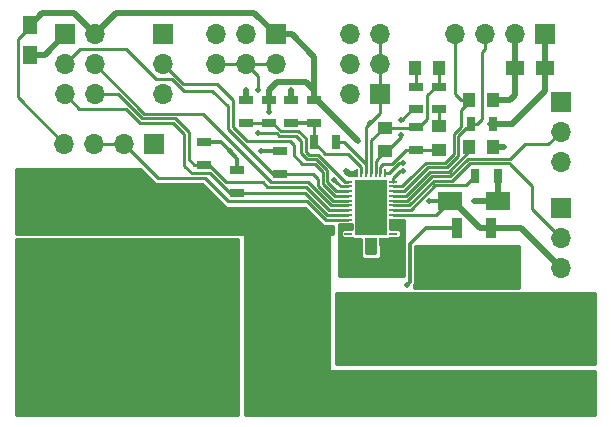
<source format=gtl>
G04 #@! TF.FileFunction,Copper,L1,Top,Signal*
%FSLAX46Y46*%
G04 Gerber Fmt 4.6, Leading zero omitted, Abs format (unit mm)*
G04 Created by KiCad (PCBNEW 4.0.7) date Sat Nov 18 21:15:49 2017*
%MOMM*%
%LPD*%
G01*
G04 APERTURE LIST*
%ADD10C,0.100000*%
%ADD11C,0.500000*%
%ADD12C,0.600000*%
%ADD13R,6.500000X2.100000*%
%ADD14R,1.600000X2.000000*%
%ADD15R,2.500000X2.000000*%
%ADD16R,2.000000X1.600000*%
%ADD17R,1.700000X1.700000*%
%ADD18O,1.700000X1.700000*%
%ADD19R,5.500000X1.430000*%
%ADD20R,0.700000X0.200000*%
%ADD21R,0.200000X0.700000*%
%ADD22R,1.325000X1.162500*%
%ADD23R,1.000000X1.250000*%
%ADD24R,1.250000X1.000000*%
%ADD25R,1.300000X0.700000*%
%ADD26R,0.700000X1.300000*%
%ADD27R,0.900000X1.700000*%
%ADD28R,1.250000X1.500000*%
%ADD29R,1.500000X1.250000*%
%ADD30C,0.300000*%
%ADD31C,0.500000*%
%ADD32C,0.228600*%
%ADD33C,0.250000*%
%ADD34C,0.229000*%
%ADD35C,0.254000*%
G04 APERTURE END LIST*
D10*
D11*
X56070500Y-39649500D03*
X54610000Y-39649500D03*
X52006500Y-39649500D03*
X50609500Y-39649500D03*
X54673500Y-36538000D03*
X52133500Y-36538000D03*
X50673000Y-36538000D03*
D12*
X57975500Y-36601500D03*
X57912000Y-38824000D03*
X53340000Y-38633500D03*
X53340000Y-37617500D03*
X53340000Y-36601500D03*
X53340000Y-39649500D03*
X49657000Y-39586000D03*
X58680000Y-48600000D03*
X58680000Y-47330000D03*
X62490000Y-48600000D03*
X62490000Y-47330000D03*
X63760000Y-47330000D03*
X63760000Y-48600000D03*
X63760000Y-49870000D03*
X62490000Y-49870000D03*
X61220000Y-49870000D03*
X59950000Y-49870000D03*
X58680000Y-49870000D03*
X57410000Y-49870000D03*
X56140000Y-49870000D03*
X57410000Y-48600000D03*
X56140000Y-48600000D03*
X54870000Y-49870000D03*
X54870000Y-48600000D03*
X54870000Y-47330000D03*
X53600000Y-47330000D03*
X52330000Y-47330000D03*
X51060000Y-47330000D03*
X49790000Y-49870000D03*
X49790000Y-48600000D03*
X16129000Y-36157000D03*
X18669000Y-36157000D03*
X18669000Y-38443000D03*
X16129000Y-38443000D03*
X16129000Y-40475000D03*
X21225000Y-49276000D03*
X22495000Y-49276000D03*
X23765000Y-49276000D03*
X18685000Y-49276000D03*
X16137000Y-49257000D03*
X17407000Y-49257000D03*
X19955000Y-49276000D03*
X28845000Y-49276000D03*
X27575000Y-49276000D03*
X26305000Y-49276000D03*
X25035000Y-49276000D03*
X31385000Y-49276000D03*
X30115000Y-49276000D03*
X33917000Y-49276000D03*
X32655000Y-49276000D03*
X21225000Y-48006000D03*
X22495000Y-48006000D03*
X23765000Y-48006000D03*
X18685000Y-48006000D03*
X16137000Y-47987000D03*
X17407000Y-47987000D03*
X19955000Y-48006000D03*
X28845000Y-48006000D03*
X27575000Y-48006000D03*
X26305000Y-48006000D03*
X25035000Y-48006000D03*
X31385000Y-48006000D03*
X30115000Y-48006000D03*
X33917000Y-48006000D03*
X32655000Y-48006000D03*
X21225000Y-46736000D03*
X22495000Y-46736000D03*
X23765000Y-46736000D03*
X18685000Y-46736000D03*
X16137000Y-46717000D03*
X17407000Y-46717000D03*
X19955000Y-46736000D03*
X28845000Y-46736000D03*
X27575000Y-46736000D03*
X26305000Y-46736000D03*
X25035000Y-46736000D03*
X31385000Y-46736000D03*
X30115000Y-46736000D03*
X33917000Y-46736000D03*
X32655000Y-46736000D03*
X21225000Y-45466000D03*
X22495000Y-45466000D03*
X23765000Y-45466000D03*
X18685000Y-45466000D03*
X16137000Y-45447000D03*
X17407000Y-45447000D03*
X19955000Y-45466000D03*
X28845000Y-45466000D03*
X27575000Y-45466000D03*
X26305000Y-45466000D03*
X25035000Y-45466000D03*
X31385000Y-45466000D03*
X30115000Y-45466000D03*
X33917000Y-45466000D03*
X32655000Y-45466000D03*
X21225000Y-44196000D03*
X22495000Y-44196000D03*
X23765000Y-44196000D03*
X18685000Y-44196000D03*
X16137000Y-44177000D03*
X17407000Y-44177000D03*
X19955000Y-44196000D03*
X28845000Y-44196000D03*
X27575000Y-44196000D03*
X26305000Y-44196000D03*
X25035000Y-44196000D03*
X31385000Y-44196000D03*
X30115000Y-44196000D03*
X33917000Y-44196000D03*
X32655000Y-44196000D03*
X21225000Y-42926000D03*
X22495000Y-42926000D03*
X23765000Y-42926000D03*
X18685000Y-42926000D03*
X16137000Y-42907000D03*
X17407000Y-42907000D03*
X19955000Y-42926000D03*
X28845000Y-42926000D03*
X27575000Y-42926000D03*
X26305000Y-42926000D03*
X25035000Y-42926000D03*
X31385000Y-42926000D03*
X30115000Y-42926000D03*
X33917000Y-42926000D03*
X32655000Y-42926000D03*
X26305000Y-41656000D03*
X27575000Y-41656000D03*
X22495000Y-41656000D03*
X25035000Y-41656000D03*
X21225000Y-41656000D03*
X23765000Y-41656000D03*
X19955000Y-41656000D03*
X18685000Y-41656000D03*
X33917000Y-41656000D03*
X32655000Y-41656000D03*
X28845000Y-41656000D03*
X31385000Y-41656000D03*
X30115000Y-41656000D03*
X16137000Y-41637000D03*
X17407000Y-41637000D03*
X33909000Y-40367000D03*
X28837000Y-40367000D03*
X27567000Y-40367000D03*
X26297000Y-40367000D03*
X32647000Y-40367000D03*
X30107000Y-40367000D03*
X31377000Y-40367000D03*
X21217000Y-40367000D03*
X19947000Y-40367000D03*
X18677000Y-40367000D03*
X25027000Y-40367000D03*
X22487000Y-40367000D03*
X23757000Y-40367000D03*
X42164000Y-34950500D03*
X41029000Y-34906000D03*
X39759000Y-33509000D03*
X39759000Y-34906000D03*
X38489000Y-34906000D03*
X38489000Y-33509000D03*
X37219000Y-34906000D03*
X37219000Y-33509000D03*
X35949000Y-33509000D03*
X35949000Y-34906000D03*
X34679000Y-34906000D03*
X34679000Y-33509000D03*
X23376000Y-33890000D03*
X23376000Y-32620000D03*
X19185000Y-32239000D03*
X18804000Y-33255000D03*
X18804000Y-34906000D03*
X16010000Y-33255000D03*
X31377000Y-32620000D03*
X31377000Y-33890000D03*
X28710000Y-31540500D03*
X31250000Y-31540500D03*
X29980000Y-31540500D03*
X26170000Y-31350000D03*
X27440000Y-31540500D03*
X31250000Y-36176000D03*
X28710000Y-36176000D03*
X29980000Y-36176000D03*
X23630000Y-36176000D03*
X24900000Y-36176000D03*
X26170000Y-36176000D03*
X27440000Y-36176000D03*
D11*
X22487000Y-36049000D03*
X20201000Y-36049000D03*
X21344000Y-36049000D03*
X21344000Y-35096500D03*
X22487000Y-35096500D03*
D12*
X31250000Y-34969500D03*
X29980000Y-34969500D03*
X28710000Y-34969500D03*
X26170000Y-34969500D03*
X27440000Y-34969500D03*
X24900000Y-34969500D03*
X23630000Y-34969500D03*
X16010000Y-34906000D03*
X19820000Y-31350000D03*
X16010000Y-31350000D03*
X23630000Y-31350000D03*
X22360000Y-31350000D03*
X24900000Y-31350000D03*
X21090000Y-31350000D03*
X23630000Y-30207000D03*
X24900000Y-30207000D03*
X21090000Y-30207000D03*
X22360000Y-30207000D03*
X18550000Y-30207000D03*
X19820000Y-30207000D03*
X17280000Y-30207000D03*
X49790000Y-47330000D03*
D11*
X44640500Y-35077400D03*
X44640500Y-34442400D03*
X46672500Y-34442400D03*
X46672500Y-35077400D03*
X45275500Y-35077400D03*
X46037500Y-35077400D03*
X46037500Y-34442400D03*
X45275500Y-34442400D03*
X45275500Y-33807400D03*
X46037500Y-33807400D03*
X45275500Y-33045400D03*
X46037500Y-33045400D03*
X46037500Y-32410400D03*
X45275500Y-32410400D03*
X46037500Y-31775400D03*
X45275500Y-31775400D03*
X46037500Y-31140400D03*
X45275500Y-31140400D03*
X46672500Y-31140400D03*
X44640500Y-31140400D03*
X44640500Y-31775400D03*
D13*
X27368500Y-37871400D03*
X27368500Y-33271400D03*
D14*
X33020000Y-38251900D03*
X33020000Y-34251900D03*
D15*
X21336000Y-37585400D03*
X21336000Y-33585400D03*
D16*
X52387500Y-32537400D03*
X56387500Y-32537400D03*
D15*
X52324000Y-45111000D03*
X52324000Y-49111000D03*
X55372000Y-42125900D03*
X55372000Y-38125900D03*
X51308000Y-42125900D03*
X51308000Y-38125900D03*
D14*
X47307500Y-45301400D03*
X47307500Y-49301400D03*
X44259500Y-45301400D03*
X44259500Y-49301400D03*
D17*
X28067000Y-18440400D03*
D18*
X28067000Y-20980400D03*
X28067000Y-23520400D03*
D17*
X37592000Y-18440400D03*
D18*
X37592000Y-20980400D03*
X35052000Y-18440400D03*
X35052000Y-20980400D03*
X32512000Y-18440400D03*
X32512000Y-20980400D03*
D17*
X61772800Y-33185200D03*
D18*
X61772800Y-35725200D03*
X61772800Y-38265200D03*
D17*
X46418500Y-23520400D03*
D18*
X43878500Y-23520400D03*
X46418500Y-20980400D03*
X43878500Y-20980400D03*
X46418500Y-18440400D03*
X43878500Y-18440400D03*
D17*
X27305000Y-27711400D03*
D18*
X24765000Y-27711400D03*
X22225000Y-27711400D03*
X19685000Y-27711400D03*
D17*
X61772800Y-24142800D03*
D18*
X61772800Y-26682800D03*
X61772800Y-29222800D03*
D19*
X45732700Y-38125400D03*
X45732700Y-42125400D03*
D20*
X43756500Y-30921600D03*
X43756500Y-31321600D03*
X43756500Y-31721600D03*
X43756500Y-32121600D03*
X43756500Y-32521600D03*
X43756500Y-32921600D03*
X43756500Y-33321600D03*
X43756500Y-33721600D03*
X43756500Y-34121600D03*
X43756500Y-34521600D03*
X43756500Y-34921600D03*
X43756500Y-35321600D03*
D21*
X44456500Y-36021600D03*
X44856500Y-36021600D03*
X45256500Y-36021600D03*
X45656500Y-36021600D03*
X46056500Y-36021600D03*
X46456500Y-36021600D03*
X46856500Y-36021600D03*
D20*
X47556500Y-35321600D03*
X47556500Y-34921600D03*
X47556500Y-34521600D03*
X47556500Y-34121600D03*
X47556500Y-33721600D03*
X47556500Y-33321600D03*
X47556500Y-32921600D03*
X47556500Y-32521600D03*
X47556500Y-32121600D03*
X47556500Y-31721600D03*
X47556500Y-31321600D03*
X47556500Y-30921600D03*
D21*
X46856500Y-30221600D03*
X46456500Y-30221600D03*
X46056500Y-30221600D03*
X45656500Y-30221600D03*
X45256500Y-30221600D03*
X44856500Y-30221600D03*
X44456500Y-30221600D03*
D22*
X46319000Y-34865350D03*
X46319000Y-33702850D03*
X46319000Y-32540350D03*
X46319000Y-31377850D03*
X44994000Y-34865350D03*
X44994000Y-33702850D03*
X44994000Y-32540350D03*
X44994000Y-31377850D03*
D11*
X45402500Y-36855400D03*
X45910500Y-36855400D03*
X45402500Y-36347400D03*
X45910500Y-36347400D03*
X46672500Y-31775400D03*
D12*
X49657000Y-36601400D03*
D11*
X48704500Y-39649500D03*
X54419500Y-32537400D03*
X56959500Y-27965400D03*
D17*
X60325000Y-47904400D03*
D18*
X60325000Y-45364400D03*
X60325000Y-42824400D03*
D11*
X43561000Y-29997400D03*
D23*
X54007000Y-24028400D03*
X56007000Y-24028400D03*
X51435000Y-21297900D03*
X49435000Y-21297900D03*
D24*
X51435000Y-28219400D03*
X51435000Y-26219400D03*
X46863000Y-26346400D03*
X46863000Y-28346400D03*
D25*
X37973000Y-28346400D03*
X37973000Y-30246400D03*
X31559500Y-27589400D03*
X31559500Y-29489400D03*
D26*
X42735500Y-27584400D03*
X40835500Y-27584400D03*
D25*
X38925500Y-25928400D03*
X38925500Y-24028400D03*
X34353500Y-29933900D03*
X34353500Y-31833900D03*
D26*
X56004500Y-25996900D03*
X54104500Y-25996900D03*
D25*
X37020500Y-24028400D03*
X37020500Y-25928400D03*
X35115500Y-25930900D03*
X35115500Y-24030900D03*
D26*
X54485500Y-30441900D03*
X56385500Y-30441900D03*
D27*
X55838000Y-34823400D03*
X52938000Y-34823400D03*
D25*
X40830500Y-25928400D03*
X40830500Y-24028400D03*
X49466500Y-28219400D03*
X49466500Y-26319400D03*
X49466500Y-22890400D03*
X49466500Y-24790400D03*
X51435000Y-24787900D03*
X51435000Y-22887900D03*
D23*
X54007000Y-27965400D03*
X56007000Y-27965400D03*
D11*
X38925500Y-23139400D03*
X35115500Y-23139400D03*
D17*
X19748500Y-18440400D03*
D18*
X22288500Y-18440400D03*
X19748500Y-20980400D03*
X22288500Y-20980400D03*
X19748500Y-23520400D03*
X22288500Y-23520400D03*
D28*
X16827500Y-17654900D03*
X16827500Y-20154900D03*
D17*
X17399000Y-31775400D03*
D18*
X17399000Y-34315400D03*
X17399000Y-36855400D03*
X17399000Y-39395400D03*
D12*
X16010000Y-30207000D03*
D11*
X20201000Y-35096500D03*
D17*
X60401200Y-18453200D03*
D18*
X57861200Y-18453200D03*
X55321200Y-18453200D03*
X52781200Y-18453200D03*
D29*
X60401200Y-21298000D03*
X57901200Y-21298000D03*
D11*
X45608530Y-25918353D03*
X33718500Y-28346400D03*
X36395089Y-28344570D03*
X37020500Y-24980900D03*
X44576916Y-27500177D03*
D12*
X57627875Y-26016367D03*
D11*
X50556984Y-32548384D03*
X48197101Y-26950486D03*
X48198625Y-25670759D03*
X36068000Y-23139400D03*
X36068000Y-26822400D03*
X42558556Y-30773064D03*
X48369170Y-29321432D03*
X48368309Y-30019674D03*
D30*
X48709378Y-39650557D02*
X48970547Y-39389388D01*
X48970547Y-39389388D02*
X48970547Y-36170780D01*
X48970547Y-36170780D02*
X50319195Y-34822132D01*
X50319195Y-34822132D02*
X52910640Y-34822132D01*
D31*
X57467600Y-24028400D02*
X57901200Y-23594800D01*
X57901200Y-23594800D02*
X57901200Y-21298000D01*
X57086500Y-24028400D02*
X57467600Y-24028400D01*
X57901200Y-21298000D02*
X57901200Y-18493200D01*
X57901200Y-18493200D02*
X57861200Y-18453200D01*
X16827500Y-20154900D02*
X18034000Y-20154900D01*
X18034000Y-20154900D02*
X19748500Y-18440400D01*
X35115500Y-23139400D02*
X35115500Y-24030900D01*
X38925500Y-23139400D02*
X38925500Y-24028400D01*
X57086500Y-24028400D02*
X56007000Y-24028400D01*
X56959500Y-27965400D02*
X56007000Y-27965400D01*
X56387500Y-32537400D02*
X56387500Y-30443900D01*
X56387500Y-30443900D02*
X56385500Y-30441900D01*
X56387500Y-30253400D02*
X56385500Y-30251400D01*
X43561000Y-29997400D02*
X43810999Y-30247399D01*
X43810999Y-30247399D02*
X44327001Y-30247399D01*
X44327001Y-30247399D02*
X44339790Y-30234610D01*
X44339790Y-30234610D02*
X44339790Y-30221600D01*
X54419500Y-32537400D02*
X56387500Y-32537400D01*
D32*
X54007000Y-28301392D02*
X54007000Y-27965400D01*
X47556500Y-32121600D02*
X48599177Y-32121600D01*
X52242561Y-30065831D02*
X54007000Y-28301392D01*
X48599177Y-32121600D02*
X50654946Y-30065831D01*
X50654946Y-30065831D02*
X52242561Y-30065831D01*
X42735500Y-27584400D02*
X43401329Y-27584400D01*
X43401329Y-27584400D02*
X45256500Y-29439571D01*
X45256500Y-29439571D02*
X45256500Y-29643000D01*
X45256500Y-29643000D02*
X45256500Y-30221600D01*
X45256500Y-30221600D02*
X45256500Y-26270383D01*
X45358531Y-26168352D02*
X45608530Y-25918353D01*
X46418500Y-23520400D02*
X46418500Y-25108383D01*
X45256500Y-26270383D02*
X45358531Y-26168352D01*
X45858529Y-25668354D02*
X45608530Y-25918353D01*
X46418500Y-25108383D02*
X45858529Y-25668354D01*
X46418500Y-20980400D02*
X46418500Y-18440400D01*
X46418500Y-23520400D02*
X46418500Y-20980400D01*
D31*
X57627875Y-26016367D02*
X60401200Y-23243042D01*
X60401200Y-23243042D02*
X60401200Y-21298000D01*
X60401200Y-21298000D02*
X60401200Y-18453200D01*
X56388000Y-34823400D02*
X58331000Y-34823400D01*
X58331000Y-34823400D02*
X61772800Y-38265200D01*
X57627875Y-26016367D02*
X56023967Y-26016367D01*
X56023967Y-26016367D02*
X56004500Y-25996900D01*
D32*
X16827500Y-17654900D02*
X16827500Y-17779900D01*
X16827500Y-17779900D02*
X15747356Y-18860044D01*
X15747356Y-18860044D02*
X15747356Y-23773756D01*
X15747356Y-23773756D02*
X19685000Y-27711400D01*
D31*
X16827500Y-17654900D02*
X16851000Y-17654900D01*
X16851000Y-17654900D02*
X17843500Y-16662400D01*
X17843500Y-16662400D02*
X20510500Y-16662400D01*
X20510500Y-16662400D02*
X22288500Y-18440400D01*
D30*
X34353500Y-28981400D02*
X34353500Y-29933900D01*
X33718500Y-28346400D02*
X34353500Y-28981400D01*
X32956500Y-27584400D02*
X31559500Y-27584400D01*
X33718500Y-28346400D02*
X32956500Y-27584400D01*
X36396919Y-28346400D02*
X36395089Y-28344570D01*
X37973000Y-28346400D02*
X36396919Y-28346400D01*
X37020500Y-24028400D02*
X37020500Y-24980900D01*
D31*
X22288500Y-18440400D02*
X24113566Y-16615334D01*
X35766934Y-16615334D02*
X37592000Y-18440400D01*
X24113566Y-16615334D02*
X35766934Y-16615334D01*
X37020500Y-24028400D02*
X37020500Y-23178400D01*
X37020500Y-23178400D02*
X37711901Y-22486999D01*
X37711901Y-22486999D02*
X40139099Y-22486999D01*
X40139099Y-22486999D02*
X40830500Y-23178400D01*
X40830500Y-23178400D02*
X40830500Y-24028400D01*
X44576916Y-27500177D02*
X41105139Y-24028400D01*
X41105139Y-24028400D02*
X40830500Y-24028400D01*
X40830500Y-24028400D02*
X40830500Y-20328900D01*
X40830500Y-20328900D02*
X38942000Y-18440400D01*
X38942000Y-18440400D02*
X37592000Y-18440400D01*
X55772467Y-26016367D02*
X55753000Y-25996900D01*
D30*
X50567968Y-32537400D02*
X50556984Y-32548384D01*
X52387500Y-32537400D02*
X50567968Y-32537400D01*
D33*
X47556500Y-33721600D02*
X51203300Y-33721600D01*
X51203300Y-33721600D02*
X52387500Y-32537400D01*
D32*
X52387500Y-32537400D02*
X52401986Y-32537400D01*
D31*
X56388000Y-34823400D02*
X54873500Y-34823400D01*
X54873500Y-34823400D02*
X52587500Y-32537400D01*
X52587500Y-32537400D02*
X52387500Y-32537400D01*
X56238000Y-34823400D02*
X55689500Y-34823400D01*
X56388000Y-34823400D02*
X56238000Y-34823400D01*
D32*
X52781200Y-23531200D02*
X52781200Y-18453200D01*
X54007000Y-24028400D02*
X53278400Y-24028400D01*
X53278400Y-24028400D02*
X52781200Y-23531200D01*
X52683253Y-26879318D02*
X53305844Y-26256727D01*
X49002914Y-30616990D02*
X50316094Y-29303810D01*
X51926924Y-29303810D02*
X52683253Y-28547481D01*
X50316094Y-29303810D02*
X51926924Y-29303810D01*
X52683253Y-28547481D02*
X52683253Y-26879318D01*
X54007000Y-24153400D02*
X54007000Y-24028400D01*
X53305844Y-26256727D02*
X53305844Y-24854556D01*
X53305844Y-24854556D02*
X54007000Y-24153400D01*
X47556500Y-31321600D02*
X48295896Y-31321600D01*
X48295896Y-31321600D02*
X48992383Y-30625113D01*
X46863000Y-26346400D02*
X49439500Y-26346400D01*
X49439500Y-26346400D02*
X49466500Y-26319400D01*
X45656500Y-30221600D02*
X45656500Y-27427900D01*
X45656500Y-27427900D02*
X46738000Y-26346400D01*
X46738000Y-26346400D02*
X46863000Y-26346400D01*
X51435000Y-22887900D02*
X51435000Y-21297900D01*
D33*
X49466500Y-26319400D02*
X49766500Y-26319400D01*
D34*
X49766500Y-26319400D02*
X50449967Y-25635933D01*
X50449967Y-25635933D02*
X50449967Y-23572933D01*
X50449967Y-23572933D02*
X51135000Y-22887900D01*
D33*
X51135000Y-22887900D02*
X51435000Y-22887900D01*
D32*
X49466500Y-22890400D02*
X49466500Y-21329400D01*
X49466500Y-21329400D02*
X49435000Y-21297900D01*
X49466500Y-28219400D02*
X48641000Y-28219400D01*
X48063141Y-28797259D02*
X48641000Y-28219400D01*
X47441972Y-29425900D02*
X48063141Y-28804731D01*
X48063141Y-28804731D02*
X48063141Y-28797259D01*
X46456500Y-29718762D02*
X46456500Y-29691538D01*
X46456500Y-29691538D02*
X46722138Y-29425900D01*
X46722138Y-29425900D02*
X47441972Y-29425900D01*
X46456500Y-30221600D02*
X46456500Y-29718762D01*
X46456500Y-29718762D02*
X46456180Y-29718442D01*
D33*
X51435000Y-28219400D02*
X49466500Y-28219400D01*
X51435000Y-26219400D02*
X51435000Y-24787900D01*
D32*
X48197101Y-27137299D02*
X48197101Y-26950486D01*
X46988000Y-28346400D02*
X48197101Y-27137299D01*
X46863000Y-28346400D02*
X46988000Y-28346400D01*
X49166500Y-24790400D02*
X48286141Y-25670759D01*
X48286141Y-25670759D02*
X48198625Y-25670759D01*
X49466500Y-24790400D02*
X49166500Y-24790400D01*
X46056500Y-29309854D02*
X46056500Y-29152900D01*
X46056500Y-29152900D02*
X46863000Y-28346400D01*
X46056500Y-29309854D02*
X46075490Y-29290863D01*
X46056500Y-30221600D02*
X46056500Y-29309854D01*
X29718000Y-22631400D02*
X28067000Y-20980400D01*
X33972500Y-23964900D02*
X32639000Y-22631400D01*
X33972500Y-26267962D02*
X33972500Y-23964900D01*
X35141603Y-27437065D02*
X33972500Y-26267962D01*
X39167156Y-27797381D02*
X38806840Y-27437065D01*
X39167156Y-28698170D02*
X39167156Y-27797381D01*
X39853033Y-29384047D02*
X39167156Y-28698170D01*
X41582937Y-30075693D02*
X40891291Y-29384047D01*
X41582937Y-31100992D02*
X41582937Y-30075693D01*
X32639000Y-22631400D02*
X29718000Y-22631400D01*
X38806840Y-27437065D02*
X35141603Y-27437065D01*
X40891291Y-29384047D02*
X39853033Y-29384047D01*
X42603545Y-32121600D02*
X41582937Y-31100992D01*
X43756500Y-32121600D02*
X42603545Y-32121600D01*
X43756500Y-31721600D02*
X42742374Y-31721600D01*
X39751000Y-27457400D02*
X39307667Y-27014067D01*
X42742374Y-31721600D02*
X41963947Y-30943173D01*
X41963947Y-30943173D02*
X41963947Y-29917875D01*
X40235246Y-29003037D02*
X39751000Y-28518791D01*
X41963947Y-29917875D02*
X41049109Y-29003037D01*
X39751000Y-28518791D02*
X39751000Y-27457400D01*
X41049109Y-29003037D02*
X40235246Y-29003037D01*
X39307667Y-27014067D02*
X37867338Y-27014067D01*
X37675671Y-26822400D02*
X36068000Y-26822400D01*
X37867338Y-27014067D02*
X37675671Y-26822400D01*
X36068000Y-23139400D02*
X36068000Y-21996400D01*
X36068000Y-21996400D02*
X35052000Y-20980400D01*
X32512000Y-20980400D02*
X33714081Y-20980400D01*
X33714081Y-20980400D02*
X35052000Y-20980400D01*
X37592000Y-20980400D02*
X36389919Y-20980400D01*
X36389919Y-20980400D02*
X35052000Y-20980400D01*
X59283600Y-31254800D02*
X59283600Y-33236000D01*
X59283600Y-33236000D02*
X61772800Y-35725200D01*
X57413825Y-29385025D02*
X59283600Y-31254800D01*
X57413825Y-29372225D02*
X57413825Y-29385025D01*
X52558201Y-30827851D02*
X54013827Y-29372225D01*
X47556500Y-32921600D02*
X48883937Y-32921600D01*
X54013827Y-29372225D02*
X57413825Y-29372225D01*
X48883937Y-32921600D02*
X50977686Y-30827851D01*
X50977686Y-30827851D02*
X52558201Y-30827851D01*
X24765000Y-27711400D02*
X23562919Y-27711400D01*
X23562919Y-27711400D02*
X22225000Y-27711400D01*
X31608448Y-30568910D02*
X27622510Y-30568910D01*
X27622510Y-30568910D02*
X24765000Y-27711400D01*
X43756500Y-34121600D02*
X41845464Y-34121600D01*
X40261264Y-32537400D02*
X33576938Y-32537400D01*
X41845464Y-34121600D02*
X40261264Y-32537400D01*
X33576938Y-32537400D02*
X31608448Y-30568910D01*
X58674000Y-27754904D02*
X60700696Y-27754904D01*
X60700696Y-27754904D02*
X61772800Y-26682800D01*
X50812765Y-30446840D02*
X52400382Y-30446840D01*
X52400382Y-30446840D02*
X53856008Y-28991214D01*
X53856008Y-28991214D02*
X57437690Y-28991214D01*
X57437690Y-28991214D02*
X58674000Y-27754904D01*
X48738003Y-32521600D02*
X48738005Y-32521600D01*
X48738005Y-32521600D02*
X50812765Y-30446840D01*
X50812765Y-30446840D02*
X50819868Y-30446840D01*
X47556500Y-32521600D02*
X48738003Y-32521600D01*
X37973000Y-30246400D02*
X37346775Y-30246400D01*
X37346775Y-30246400D02*
X33528000Y-26427625D01*
X33528000Y-26427625D02*
X33528000Y-24548444D01*
X33528000Y-24548444D02*
X32236564Y-23257008D01*
X24950580Y-19710400D02*
X21018500Y-19710400D01*
X32236564Y-23257008D02*
X29804780Y-23257008D01*
X29804780Y-23257008D02*
X28798172Y-22250400D01*
X27490580Y-22250400D02*
X24950580Y-19710400D01*
X28798172Y-22250400D02*
X27490580Y-22250400D01*
X21018500Y-19710400D02*
X19748500Y-20980400D01*
X41201927Y-31258811D02*
X41201927Y-30686327D01*
X41201927Y-30686327D02*
X40762000Y-30246400D01*
X40762000Y-30246400D02*
X38851600Y-30246400D01*
X38851600Y-30246400D02*
X37973000Y-30246400D01*
X43756500Y-32521600D02*
X42464717Y-32521600D01*
X42464717Y-32521600D02*
X41201927Y-31258811D01*
X36871876Y-31330910D02*
X36871876Y-31327599D01*
X36871876Y-31327599D02*
X36494177Y-30949900D01*
X36494177Y-30949900D02*
X33383538Y-30949900D01*
X33383538Y-30949900D02*
X31923038Y-29489400D01*
X31923038Y-29489400D02*
X31559500Y-29489400D01*
X43756500Y-33321600D02*
X42123120Y-33321600D01*
X42123120Y-33321600D02*
X40132430Y-31330910D01*
X40132430Y-31330910D02*
X36871876Y-31330910D01*
X31559500Y-29489400D02*
X30680900Y-29489400D01*
X29083010Y-25552410D02*
X26289669Y-25552410D01*
X30680900Y-29489400D02*
X30226000Y-29034500D01*
X30226000Y-29034500D02*
X30226000Y-26695400D01*
X30226000Y-26695400D02*
X29083010Y-25552410D01*
X26289669Y-25552410D02*
X24257867Y-23520608D01*
X24257000Y-23520400D02*
X23663555Y-23520400D01*
X23663555Y-23520400D02*
X22288500Y-23520400D01*
X44856500Y-29643000D02*
X43746594Y-28533094D01*
X44856500Y-30221600D02*
X44856500Y-29643000D01*
X41784194Y-28533094D02*
X40835500Y-27584400D01*
X43746594Y-28533094D02*
X41784194Y-28533094D01*
D30*
X38925500Y-25928400D02*
X40830500Y-25928400D01*
D32*
X40835500Y-27584400D02*
X40835500Y-25933400D01*
X40835500Y-25933400D02*
X40830500Y-25928400D01*
X29812318Y-26853218D02*
X28892520Y-25933420D01*
X28892520Y-25933420D02*
X26131851Y-25933420D01*
X26131851Y-25933420D02*
X24925331Y-24726900D01*
X29844990Y-26853218D02*
X29812318Y-26853218D01*
X34353500Y-31833900D02*
X33728709Y-31833900D01*
X20955000Y-24726900D02*
X19748500Y-23520400D01*
X33728709Y-31833900D02*
X32082710Y-30187900D01*
X32082710Y-30187900D02*
X30480000Y-30187900D01*
X30480000Y-30187900D02*
X29844990Y-29552890D01*
X29844990Y-29552890D02*
X29844990Y-26853218D01*
X24925331Y-24726900D02*
X20955000Y-24726900D01*
X34353500Y-31833900D02*
X34298606Y-31888794D01*
X43756500Y-33721600D02*
X41984292Y-33721600D01*
X41984292Y-33721600D02*
X40096592Y-31833900D01*
X40096592Y-31833900D02*
X34353500Y-31833900D01*
X54104500Y-25996900D02*
X54683100Y-25996900D01*
X54683100Y-25996900D02*
X55046849Y-25633151D01*
X55046849Y-25633151D02*
X55046849Y-19929632D01*
X55046849Y-19929632D02*
X55321200Y-19655281D01*
X55321200Y-19655281D02*
X55321200Y-18453200D01*
X50493738Y-29684820D02*
X52084742Y-29684820D01*
X53064263Y-28705299D02*
X53064263Y-27037137D01*
X53064263Y-27037137D02*
X53723500Y-26377900D01*
X52084742Y-29684820D02*
X53064263Y-28705299D01*
X47556500Y-31721600D02*
X48456958Y-31721600D01*
X48456958Y-31721600D02*
X50493738Y-29684820D01*
X53723500Y-26377900D02*
X54104500Y-25996900D01*
X53853000Y-26296900D02*
X53853000Y-25996900D01*
X40393065Y-28622027D02*
X40143444Y-28372406D01*
X43506500Y-30921600D02*
X41206927Y-28622027D01*
X40143444Y-28372406D02*
X40143444Y-27255456D01*
X41206927Y-28622027D02*
X40393065Y-28622027D01*
X43756500Y-30921600D02*
X43506500Y-30921600D01*
X40141626Y-27256821D02*
X39517862Y-26633057D01*
X39517862Y-26633057D02*
X38025157Y-26633057D01*
X38025157Y-26633057D02*
X37320500Y-25928400D01*
X37320500Y-25928400D02*
X37020500Y-25928400D01*
X35115500Y-25930900D02*
X37018000Y-25930900D01*
X37018000Y-25930900D02*
X37020500Y-25928400D01*
X42808555Y-31023063D02*
X42558556Y-30773064D01*
X43107092Y-31321600D02*
X42808555Y-31023063D01*
X43756500Y-31321600D02*
X43107092Y-31321600D01*
X51137500Y-31214896D02*
X53294169Y-31214896D01*
D33*
X49040307Y-33319190D02*
X51122057Y-31237440D01*
X47556500Y-33319190D02*
X49040307Y-33319190D01*
D32*
X53294169Y-31214896D02*
X53710004Y-31214896D01*
X53710004Y-31214896D02*
X54483000Y-30441900D01*
X54483000Y-30441900D02*
X54485500Y-30441900D01*
X53294169Y-31214896D02*
X53300207Y-31208858D01*
X48085268Y-29321432D02*
X48369170Y-29321432D01*
X47185100Y-30221600D02*
X48085268Y-29321432D01*
X46856500Y-30221600D02*
X47185100Y-30221600D01*
X48129826Y-30019674D02*
X48368309Y-30019674D01*
X47556500Y-30593000D02*
X48129826Y-30019674D01*
X47556500Y-30921600D02*
X47556500Y-30593000D01*
X43756500Y-32921600D02*
X42325888Y-32921600D01*
X40354188Y-30949900D02*
X37196438Y-30949900D01*
X31417938Y-25171400D02*
X26479500Y-25171400D01*
X42325888Y-32921600D02*
X40354188Y-30949900D01*
X37196438Y-30949900D02*
X31417938Y-25171400D01*
X26479500Y-25171400D02*
X22288500Y-20980400D01*
D35*
G36*
X46037500Y-36982400D02*
X45275500Y-36982400D01*
X45275500Y-35763200D01*
X46037500Y-35763200D01*
X46037500Y-36982400D01*
X46037500Y-36982400D01*
G37*
X46037500Y-36982400D02*
X45275500Y-36982400D01*
X45275500Y-35763200D01*
X46037500Y-35763200D01*
X46037500Y-36982400D01*
G36*
X47556500Y-34126000D02*
X48450500Y-34126000D01*
X48450500Y-38875082D01*
X42989500Y-38887217D01*
X42989500Y-34515300D01*
X43756500Y-34515300D01*
X43800876Y-34506473D01*
X44046627Y-34506473D01*
X44046627Y-34936727D01*
X43406500Y-34936727D01*
X43302961Y-34956209D01*
X43207866Y-35017401D01*
X43144071Y-35110768D01*
X43121627Y-35221600D01*
X43121627Y-35421600D01*
X43141109Y-35525139D01*
X43202301Y-35620234D01*
X43295668Y-35684029D01*
X43406500Y-35706473D01*
X44084515Y-35706473D01*
X44107447Y-35740035D01*
X44149841Y-35767315D01*
X44196000Y-35776000D01*
X44831000Y-35776000D01*
X44831000Y-37300000D01*
X44841006Y-37349410D01*
X44869447Y-37391035D01*
X44911841Y-37418315D01*
X44958000Y-37427000D01*
X46355000Y-37427000D01*
X46404410Y-37416994D01*
X46446035Y-37388553D01*
X46473315Y-37346159D01*
X46482000Y-37300000D01*
X46482000Y-35776000D01*
X47117000Y-35776000D01*
X47166410Y-35765994D01*
X47208035Y-35737553D01*
X47228035Y-35706473D01*
X47906500Y-35706473D01*
X48010039Y-35686991D01*
X48105134Y-35625799D01*
X48168929Y-35532432D01*
X48191373Y-35421600D01*
X48191373Y-35221600D01*
X48171891Y-35118061D01*
X48110699Y-35022966D01*
X48017332Y-34959171D01*
X47906500Y-34936727D01*
X47266373Y-34936727D01*
X47266373Y-34125000D01*
X47551473Y-34125000D01*
X47556500Y-34126000D01*
X47556500Y-34126000D01*
G37*
X47556500Y-34126000D02*
X48450500Y-34126000D01*
X48450500Y-38875082D01*
X42989500Y-38887217D01*
X42989500Y-34515300D01*
X43756500Y-34515300D01*
X43800876Y-34506473D01*
X44046627Y-34506473D01*
X44046627Y-34936727D01*
X43406500Y-34936727D01*
X43302961Y-34956209D01*
X43207866Y-35017401D01*
X43144071Y-35110768D01*
X43121627Y-35221600D01*
X43121627Y-35421600D01*
X43141109Y-35525139D01*
X43202301Y-35620234D01*
X43295668Y-35684029D01*
X43406500Y-35706473D01*
X44084515Y-35706473D01*
X44107447Y-35740035D01*
X44149841Y-35767315D01*
X44196000Y-35776000D01*
X44831000Y-35776000D01*
X44831000Y-37300000D01*
X44841006Y-37349410D01*
X44869447Y-37391035D01*
X44911841Y-37418315D01*
X44958000Y-37427000D01*
X46355000Y-37427000D01*
X46404410Y-37416994D01*
X46446035Y-37388553D01*
X46473315Y-37346159D01*
X46482000Y-37300000D01*
X46482000Y-35776000D01*
X47117000Y-35776000D01*
X47166410Y-35765994D01*
X47208035Y-35737553D01*
X47228035Y-35706473D01*
X47906500Y-35706473D01*
X48010039Y-35686991D01*
X48105134Y-35625799D01*
X48168929Y-35532432D01*
X48191373Y-35421600D01*
X48191373Y-35221600D01*
X48171891Y-35118061D01*
X48110699Y-35022966D01*
X48017332Y-34959171D01*
X47906500Y-34936727D01*
X47266373Y-34936727D01*
X47266373Y-34125000D01*
X47551473Y-34125000D01*
X47556500Y-34126000D01*
G36*
X64645600Y-46380401D02*
X42672000Y-46380499D01*
X42672000Y-40347999D01*
X64645600Y-40347901D01*
X64645600Y-46380401D01*
X64645600Y-46380401D01*
G37*
X64645600Y-46380401D02*
X42672000Y-46380499D01*
X42672000Y-40347999D01*
X64645600Y-40347901D01*
X64645600Y-46380401D01*
G36*
X58229500Y-39903400D02*
X49339500Y-39903400D01*
X49339500Y-39595260D01*
X49367261Y-39553712D01*
X49380684Y-39486232D01*
X49399948Y-39389388D01*
X49399947Y-39389383D01*
X49399947Y-36348644D01*
X49401191Y-36347400D01*
X58229500Y-36347400D01*
X58229500Y-39903400D01*
X58229500Y-39903400D01*
G37*
X58229500Y-39903400D02*
X49339500Y-39903400D01*
X49339500Y-39595260D01*
X49367261Y-39553712D01*
X49380684Y-39486232D01*
X49399948Y-39389388D01*
X49399947Y-39389383D01*
X49399947Y-36348644D01*
X49401191Y-36347400D01*
X58229500Y-36347400D01*
X58229500Y-39903400D01*
G36*
X34417000Y-50698400D02*
X15621000Y-50698400D01*
X15621000Y-35775900D01*
X34417000Y-35775900D01*
X34417000Y-50698400D01*
X34417000Y-50698400D01*
G37*
X34417000Y-50698400D02*
X15621000Y-50698400D01*
X15621000Y-35775900D01*
X34417000Y-35775900D01*
X34417000Y-50698400D01*
G36*
X27405697Y-31103203D02*
X27447711Y-31131066D01*
X27495500Y-31140400D01*
X31379894Y-31140400D01*
X33311197Y-33071703D01*
X33353211Y-33099566D01*
X33401000Y-33108900D01*
X40079393Y-33108900D01*
X41629695Y-34659300D01*
X41671707Y-34687164D01*
X41719500Y-34696500D01*
X42481500Y-34696500D01*
X42481500Y-35331500D01*
X42227500Y-35331500D01*
X42178090Y-35341506D01*
X42136465Y-35369947D01*
X42109185Y-35412341D01*
X42100500Y-35458500D01*
X42100500Y-46825000D01*
X42110506Y-46874410D01*
X42138947Y-46916035D01*
X42181341Y-46943315D01*
X42227500Y-46952000D01*
X64643000Y-46952000D01*
X64643000Y-50635269D01*
X34988500Y-50698230D01*
X34988500Y-35458500D01*
X34978494Y-35409090D01*
X34950053Y-35367465D01*
X34907659Y-35340185D01*
X34861501Y-35331500D01*
X15621000Y-35331401D01*
X15621000Y-29806900D01*
X26109394Y-29806900D01*
X27405697Y-31103203D01*
X27405697Y-31103203D01*
G37*
X27405697Y-31103203D02*
X27447711Y-31131066D01*
X27495500Y-31140400D01*
X31379894Y-31140400D01*
X33311197Y-33071703D01*
X33353211Y-33099566D01*
X33401000Y-33108900D01*
X40079393Y-33108900D01*
X41629695Y-34659300D01*
X41671707Y-34687164D01*
X41719500Y-34696500D01*
X42481500Y-34696500D01*
X42481500Y-35331500D01*
X42227500Y-35331500D01*
X42178090Y-35341506D01*
X42136465Y-35369947D01*
X42109185Y-35412341D01*
X42100500Y-35458500D01*
X42100500Y-46825000D01*
X42110506Y-46874410D01*
X42138947Y-46916035D01*
X42181341Y-46943315D01*
X42227500Y-46952000D01*
X64643000Y-46952000D01*
X64643000Y-50635269D01*
X34988500Y-50698230D01*
X34988500Y-35458500D01*
X34978494Y-35409090D01*
X34950053Y-35367465D01*
X34907659Y-35340185D01*
X34861501Y-35331500D01*
X15621000Y-35331401D01*
X15621000Y-29806900D01*
X26109394Y-29806900D01*
X27405697Y-31103203D01*
M02*

</source>
